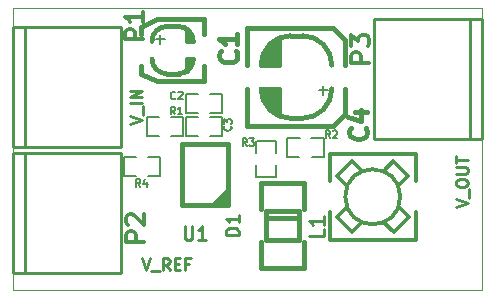
<source format=gbr>
G04 #@! TF.FileFunction,Legend,Top*
%FSLAX46Y46*%
G04 Gerber Fmt 4.6, Leading zero omitted, Abs format (unit mm)*
G04 Created by KiCad (PCBNEW (2015-04-17 BZR 5609)-product) date 2015-04-27 23:38:20*
%MOMM*%
G01*
G04 APERTURE LIST*
%ADD10C,0.100000*%
%ADD11C,0.381000*%
%ADD12C,0.127000*%
%ADD13C,0.304800*%
%ADD14C,0.254000*%
%ADD15C,0.285750*%
%ADD16C,0.287020*%
%ADD17C,0.250000*%
G04 APERTURE END LIST*
D10*
X134950000Y-117530000D02*
X134950000Y-93600000D01*
X174630000Y-117530000D02*
X174630000Y-93600000D01*
X174630000Y-117530000D02*
X134950000Y-117530000D01*
X174630000Y-93600000D02*
X134950000Y-93600000D01*
D11*
X149940000Y-97990000D02*
X149940000Y-98490000D01*
X149940000Y-96390000D02*
X149940000Y-95990000D01*
X150190000Y-96440000D02*
X149690000Y-96440000D01*
X149690000Y-96440000D02*
X149690000Y-95440000D01*
X149690000Y-97940000D02*
X149690000Y-98940000D01*
X150190000Y-97940000D02*
X149690000Y-97940000D01*
X148940000Y-95190000D02*
X147940000Y-95190000D01*
X147940000Y-95190000D02*
G75*
G03X146690000Y-96440000I0J-1250000D01*
G01*
X150190000Y-96440000D02*
G75*
G03X148940000Y-95190000I-1250000J0D01*
G01*
X148940000Y-99190000D02*
X147940000Y-99190000D01*
X146690000Y-97940000D02*
G75*
G03X147940000Y-99190000I1250000J0D01*
G01*
X148940000Y-99190000D02*
G75*
G03X150190000Y-97940000I0J1250000D01*
G01*
X145790000Y-95865000D02*
X145790000Y-95202500D01*
X145790000Y-95202500D02*
X147115000Y-94540000D01*
X145790000Y-99177500D02*
X145790000Y-98515000D01*
X147115000Y-99840000D02*
X145790000Y-99177500D01*
X151090000Y-99840000D02*
X151090000Y-98515000D01*
X151090000Y-95865000D02*
X151090000Y-94540000D01*
X151090000Y-94540000D02*
X147115000Y-94540000D01*
X151090000Y-99840000D02*
X147115000Y-99840000D01*
D12*
X147018000Y-96265000D02*
X147780000Y-96265000D01*
X147399000Y-96646000D02*
X147399000Y-95884000D01*
X151605620Y-102542800D02*
X152621620Y-102542800D01*
X152621620Y-100914660D02*
X151598000Y-100914660D01*
X152626700Y-100919740D02*
X152626700Y-102530100D01*
X149560920Y-100919740D02*
X149560920Y-102530100D01*
X149566000Y-100914660D02*
X150589620Y-100914660D01*
X150582000Y-102542800D02*
X149566000Y-102542800D01*
X151605620Y-104502800D02*
X152621620Y-104502800D01*
X152621620Y-102874660D02*
X151598000Y-102874660D01*
X152626700Y-102879740D02*
X152626700Y-104490100D01*
X149560920Y-102879740D02*
X149560920Y-104490100D01*
X149566000Y-102874660D02*
X150589620Y-102874660D01*
X150582000Y-104502800D02*
X149566000Y-104502800D01*
D11*
X156170000Y-98470000D02*
X156170000Y-97720000D01*
X156420000Y-98470000D02*
X156420000Y-97220000D01*
X156670000Y-98470000D02*
X156670000Y-96970000D01*
X156920000Y-98470000D02*
X156920000Y-96720000D01*
X157170000Y-98470000D02*
X157170000Y-96470000D01*
X156170000Y-100470000D02*
X156170000Y-101220000D01*
X156420000Y-100470000D02*
X156420000Y-101720000D01*
X156670000Y-100470000D02*
X156670000Y-101970000D01*
X156920000Y-100470000D02*
X156920000Y-102220000D01*
X157170000Y-100470000D02*
X157170000Y-102470000D01*
X157420000Y-100470000D02*
X157420000Y-102720000D01*
X157420000Y-98470000D02*
X157420000Y-96220000D01*
X155920000Y-100470000D02*
X157420000Y-100470000D01*
X155920000Y-98470000D02*
X157420000Y-98470000D01*
X158420000Y-95970000D02*
X159420000Y-95970000D01*
X159420000Y-102970000D02*
X158420000Y-102970000D01*
X159420000Y-102970000D02*
G75*
G03X161920000Y-100470000I0J2500000D01*
G01*
X155920000Y-100470000D02*
G75*
G03X158420000Y-102970000I2500000J0D01*
G01*
X161920000Y-98470000D02*
G75*
G03X159420000Y-95970000I-2500000J0D01*
G01*
X158420000Y-95970000D02*
G75*
G03X155920000Y-98470000I0J-2500000D01*
G01*
X154770000Y-100507500D02*
X154770000Y-103620000D01*
X154770000Y-103620000D02*
X160995000Y-103620000D01*
X160995000Y-103620000D02*
X162032500Y-103620000D01*
X162032500Y-103620000D02*
X163070000Y-102582500D01*
X163070000Y-102582500D02*
X163070000Y-100507500D01*
X154770000Y-98432500D02*
X154770000Y-95320000D01*
X154770000Y-95320000D02*
X162032500Y-95320000D01*
X162032500Y-95320000D02*
X163070000Y-96357500D01*
X163070000Y-96357500D02*
X163070000Y-98432500D01*
D12*
X161554500Y-100595000D02*
X160792500Y-100595000D01*
X161173500Y-100214000D02*
X161173500Y-100976000D01*
D11*
X155949140Y-113429540D02*
X155949140Y-115629180D01*
X159550860Y-115629180D02*
X159550860Y-113429540D01*
X155949140Y-115629180D02*
X159550860Y-115629180D01*
X155949140Y-108430820D02*
X159550860Y-108430820D01*
X159550860Y-108430820D02*
X159550860Y-110630460D01*
X155949140Y-110630460D02*
X155949140Y-108430820D01*
X156350460Y-111430560D02*
X159149540Y-111430560D01*
X156350460Y-110831120D02*
X156350460Y-113228880D01*
X156350460Y-113228880D02*
X159149540Y-113228880D01*
X159149540Y-113228880D02*
X159149540Y-110831120D01*
X159149540Y-110831120D02*
X156350460Y-110831120D01*
D13*
X169029980Y-113259980D02*
X169029980Y-110935880D01*
X169029980Y-105960020D02*
X169029980Y-108309520D01*
X161730020Y-113259980D02*
X161730020Y-110935880D01*
X161730020Y-105960020D02*
X161730020Y-108309520D01*
X168420380Y-111349900D02*
X167150380Y-112619900D01*
X167150380Y-112619900D02*
X166329960Y-111799480D01*
X168410220Y-111349900D02*
X167569480Y-110509160D01*
X163640100Y-106589940D02*
X162370100Y-107859940D01*
X162370100Y-107859940D02*
X163190520Y-108680360D01*
X163640100Y-106589940D02*
X164460520Y-107410360D01*
X163619780Y-112619900D02*
X164419880Y-111819800D01*
X162349780Y-111349900D02*
X163619780Y-112619900D01*
X162349780Y-111349900D02*
X163190520Y-110509160D01*
X167528840Y-108680360D02*
X168379740Y-107829460D01*
X168379740Y-107829460D02*
X167130060Y-106579780D01*
X167130060Y-106579780D02*
X166299480Y-107410360D01*
X167706791Y-109610000D02*
G75*
G03X167706791Y-109610000I-2326791J0D01*
G01*
X161730020Y-113259980D02*
X169029980Y-113259980D01*
X169029980Y-105960020D02*
X161730020Y-105960020D01*
D12*
X148305620Y-104502800D02*
X149321620Y-104502800D01*
X149321620Y-102874660D02*
X148298000Y-102874660D01*
X149326700Y-102879740D02*
X149326700Y-104490100D01*
X146260920Y-102879740D02*
X146260920Y-104490100D01*
X146266000Y-102874660D02*
X147289620Y-102874660D01*
X147282000Y-104502800D02*
X146266000Y-104502800D01*
X160195620Y-106272800D02*
X161211620Y-106272800D01*
X161211620Y-104644660D02*
X160188000Y-104644660D01*
X161216700Y-104649740D02*
X161216700Y-106260100D01*
X158150920Y-104649740D02*
X158150920Y-106260100D01*
X158156000Y-104644660D02*
X159179620Y-104644660D01*
X159172000Y-106272800D02*
X158156000Y-106272800D01*
X157162800Y-105904380D02*
X157162800Y-104888380D01*
X155534660Y-104888380D02*
X155534660Y-105912000D01*
X155539740Y-104883300D02*
X157150100Y-104883300D01*
X155539740Y-107949080D02*
X157150100Y-107949080D01*
X155534660Y-107944000D02*
X155534660Y-106920380D01*
X157162800Y-106928000D02*
X157162800Y-107944000D01*
D11*
X151921040Y-110229360D02*
X153020860Y-109129540D01*
X152279820Y-110219360D02*
X153079920Y-109419260D01*
X152619540Y-110259360D02*
X153119920Y-109758980D01*
X149203880Y-105154600D02*
X149203880Y-110285400D01*
X149203880Y-110285400D02*
X153156120Y-110285400D01*
X153156120Y-110285400D02*
X153156120Y-105154600D01*
X153156120Y-105154600D02*
X149203880Y-105154600D01*
D14*
X143330000Y-105380000D02*
X144092000Y-105380000D01*
X144092000Y-105380000D02*
X144092000Y-95220000D01*
X144092000Y-95220000D02*
X143330000Y-95220000D01*
X134948000Y-105380000D02*
X134948000Y-95220000D01*
X134948000Y-95220000D02*
X135964000Y-95220000D01*
X135964000Y-95220000D02*
X135964000Y-105380000D01*
X135964000Y-105380000D02*
X134948000Y-105380000D01*
X135710000Y-105380000D02*
X143330000Y-105380000D01*
X143330000Y-95220000D02*
X135710000Y-95220000D01*
X143330000Y-116100000D02*
X144092000Y-116100000D01*
X144092000Y-116100000D02*
X144092000Y-105940000D01*
X144092000Y-105940000D02*
X143330000Y-105940000D01*
X134948000Y-116100000D02*
X134948000Y-105940000D01*
X134948000Y-105940000D02*
X135964000Y-105940000D01*
X135964000Y-105940000D02*
X135964000Y-116100000D01*
X135964000Y-116100000D02*
X134948000Y-116100000D01*
X135710000Y-116100000D02*
X143330000Y-116100000D01*
X143330000Y-105940000D02*
X135710000Y-105940000D01*
X166250000Y-94530000D02*
X165488000Y-94530000D01*
X165488000Y-94530000D02*
X165488000Y-104690000D01*
X165488000Y-104690000D02*
X166250000Y-104690000D01*
X174632000Y-94530000D02*
X174632000Y-104690000D01*
X174632000Y-104690000D02*
X173616000Y-104690000D01*
X173616000Y-104690000D02*
X173616000Y-94530000D01*
X173616000Y-94530000D02*
X174632000Y-94530000D01*
X173870000Y-94530000D02*
X166250000Y-94530000D01*
X166250000Y-104690000D02*
X173870000Y-104690000D01*
D12*
X145364380Y-106217200D02*
X144348380Y-106217200D01*
X144348380Y-107845340D02*
X145372000Y-107845340D01*
X144343300Y-107840260D02*
X144343300Y-106229900D01*
X147409080Y-107840260D02*
X147409080Y-106229900D01*
X147404000Y-107845340D02*
X146380380Y-107845340D01*
X146388000Y-106217200D02*
X147404000Y-106217200D01*
D11*
X153784286Y-97294000D02*
X153856857Y-97366571D01*
X153929429Y-97584285D01*
X153929429Y-97729428D01*
X153856857Y-97947143D01*
X153711714Y-98092285D01*
X153566571Y-98164857D01*
X153276286Y-98237428D01*
X153058571Y-98237428D01*
X152768286Y-98164857D01*
X152623143Y-98092285D01*
X152478000Y-97947143D01*
X152405429Y-97729428D01*
X152405429Y-97584285D01*
X152478000Y-97366571D01*
X152550571Y-97294000D01*
X153929429Y-95842571D02*
X153929429Y-96713428D01*
X153929429Y-96278000D02*
X152405429Y-96278000D01*
X152623143Y-96423143D01*
X152768286Y-96568285D01*
X152840857Y-96713428D01*
D12*
X148674167Y-101286786D02*
X148643929Y-101317024D01*
X148553214Y-101347262D01*
X148492738Y-101347262D01*
X148402024Y-101317024D01*
X148341548Y-101256548D01*
X148311309Y-101196071D01*
X148281071Y-101075119D01*
X148281071Y-100984405D01*
X148311309Y-100863452D01*
X148341548Y-100802976D01*
X148402024Y-100742500D01*
X148492738Y-100712262D01*
X148553214Y-100712262D01*
X148643929Y-100742500D01*
X148674167Y-100772738D01*
X148916071Y-100772738D02*
X148946309Y-100742500D01*
X149006786Y-100712262D01*
X149157976Y-100712262D01*
X149218452Y-100742500D01*
X149248690Y-100772738D01*
X149278929Y-100833214D01*
X149278929Y-100893690D01*
X149248690Y-100984405D01*
X148885833Y-101347262D01*
X149278929Y-101347262D01*
X153366786Y-103635833D02*
X153397024Y-103666071D01*
X153427262Y-103756786D01*
X153427262Y-103817262D01*
X153397024Y-103907976D01*
X153336548Y-103968452D01*
X153276071Y-103998691D01*
X153155119Y-104028929D01*
X153064405Y-104028929D01*
X152943452Y-103998691D01*
X152882976Y-103968452D01*
X152822500Y-103907976D01*
X152792262Y-103817262D01*
X152792262Y-103756786D01*
X152822500Y-103666071D01*
X152852738Y-103635833D01*
X152792262Y-103424167D02*
X152792262Y-103031071D01*
X153034167Y-103242738D01*
X153034167Y-103152024D01*
X153064405Y-103091548D01*
X153094643Y-103061310D01*
X153155119Y-103031071D01*
X153306310Y-103031071D01*
X153366786Y-103061310D01*
X153397024Y-103091548D01*
X153427262Y-103152024D01*
X153427262Y-103333452D01*
X153397024Y-103393929D01*
X153366786Y-103424167D01*
D11*
X164774286Y-103774000D02*
X164846857Y-103846571D01*
X164919429Y-104064285D01*
X164919429Y-104209428D01*
X164846857Y-104427143D01*
X164701714Y-104572285D01*
X164556571Y-104644857D01*
X164266286Y-104717428D01*
X164048571Y-104717428D01*
X163758286Y-104644857D01*
X163613143Y-104572285D01*
X163468000Y-104427143D01*
X163395429Y-104209428D01*
X163395429Y-104064285D01*
X163468000Y-103846571D01*
X163540571Y-103774000D01*
X163903429Y-102467714D02*
X164919429Y-102467714D01*
X163322857Y-102830571D02*
X164411429Y-103193428D01*
X164411429Y-102250000D01*
D15*
X154065911Y-112873642D02*
X152922911Y-112873642D01*
X152922911Y-112601499D01*
X152977340Y-112438214D01*
X153086197Y-112329356D01*
X153195054Y-112274928D01*
X153412769Y-112220499D01*
X153576054Y-112220499D01*
X153793769Y-112274928D01*
X153902626Y-112329356D01*
X154011483Y-112438214D01*
X154065911Y-112601499D01*
X154065911Y-112873642D01*
X154065911Y-111131928D02*
X154065911Y-111785071D01*
X154065911Y-111458499D02*
X152922911Y-111458499D01*
X153086197Y-111567356D01*
X153195054Y-111676214D01*
X153249483Y-111785071D01*
D16*
D14*
X161234524Y-112361666D02*
X161234524Y-112966428D01*
X159964524Y-112966428D01*
X161234524Y-111273095D02*
X161234524Y-111998809D01*
X161234524Y-111635952D02*
X159964524Y-111635952D01*
X160145952Y-111756904D01*
X160266905Y-111877857D01*
X160327381Y-111998809D01*
D12*
X148634167Y-102617262D02*
X148422500Y-102314881D01*
X148271309Y-102617262D02*
X148271309Y-101982262D01*
X148513214Y-101982262D01*
X148573690Y-102012500D01*
X148603929Y-102042738D01*
X148634167Y-102103214D01*
X148634167Y-102193929D01*
X148603929Y-102254405D01*
X148573690Y-102284643D01*
X148513214Y-102314881D01*
X148271309Y-102314881D01*
X149238929Y-102617262D02*
X148876071Y-102617262D01*
X149057500Y-102617262D02*
X149057500Y-101982262D01*
X148997024Y-102072976D01*
X148936548Y-102133452D01*
X148876071Y-102163690D01*
X161764167Y-104617262D02*
X161552500Y-104314881D01*
X161401309Y-104617262D02*
X161401309Y-103982262D01*
X161643214Y-103982262D01*
X161703690Y-104012500D01*
X161733929Y-104042738D01*
X161764167Y-104103214D01*
X161764167Y-104193929D01*
X161733929Y-104254405D01*
X161703690Y-104284643D01*
X161643214Y-104314881D01*
X161401309Y-104314881D01*
X162006071Y-104042738D02*
X162036309Y-104012500D01*
X162096786Y-103982262D01*
X162247976Y-103982262D01*
X162308452Y-104012500D01*
X162338690Y-104042738D01*
X162368929Y-104103214D01*
X162368929Y-104163690D01*
X162338690Y-104254405D01*
X161975833Y-104617262D01*
X162368929Y-104617262D01*
X154724167Y-105297262D02*
X154512500Y-104994881D01*
X154361309Y-105297262D02*
X154361309Y-104662262D01*
X154603214Y-104662262D01*
X154663690Y-104692500D01*
X154693929Y-104722738D01*
X154724167Y-104783214D01*
X154724167Y-104873929D01*
X154693929Y-104934405D01*
X154663690Y-104964643D01*
X154603214Y-104994881D01*
X154361309Y-104994881D01*
X154935833Y-104662262D02*
X155328929Y-104662262D01*
X155117262Y-104904167D01*
X155207976Y-104904167D01*
X155268452Y-104934405D01*
X155298690Y-104964643D01*
X155328929Y-105025119D01*
X155328929Y-105176310D01*
X155298690Y-105236786D01*
X155268452Y-105267024D01*
X155207976Y-105297262D01*
X155026548Y-105297262D01*
X154966071Y-105267024D01*
X154935833Y-105236786D01*
D15*
X149459143Y-112114071D02*
X149459143Y-113039357D01*
X149513571Y-113148214D01*
X149568000Y-113202643D01*
X149676857Y-113257071D01*
X149894571Y-113257071D01*
X150003429Y-113202643D01*
X150057857Y-113148214D01*
X150112286Y-113039357D01*
X150112286Y-112114071D01*
X151255286Y-113257071D02*
X150602143Y-113257071D01*
X150928715Y-113257071D02*
X150928715Y-112114071D01*
X150819858Y-112277357D01*
X150711000Y-112386214D01*
X150602143Y-112440643D01*
D13*
X145939429Y-96264857D02*
X144415429Y-96264857D01*
X144415429Y-95684285D01*
X144488000Y-95539143D01*
X144560571Y-95466571D01*
X144705714Y-95394000D01*
X144923429Y-95394000D01*
X145068571Y-95466571D01*
X145141143Y-95539143D01*
X145213714Y-95684285D01*
X145213714Y-96264857D01*
X145939429Y-93942571D02*
X145939429Y-94813428D01*
X145939429Y-94378000D02*
X144415429Y-94378000D01*
X144633143Y-94523143D01*
X144778286Y-94668285D01*
X144850857Y-94813428D01*
D17*
X144802381Y-103426190D02*
X145802381Y-103092857D01*
X144802381Y-102759523D01*
X145897619Y-102664285D02*
X145897619Y-101902380D01*
X145802381Y-101664285D02*
X144802381Y-101664285D01*
X145802381Y-101188095D02*
X144802381Y-101188095D01*
X145802381Y-100616666D01*
X144802381Y-100616666D01*
D13*
X146029429Y-113414857D02*
X144505429Y-113414857D01*
X144505429Y-112834285D01*
X144578000Y-112689143D01*
X144650571Y-112616571D01*
X144795714Y-112544000D01*
X145013429Y-112544000D01*
X145158571Y-112616571D01*
X145231143Y-112689143D01*
X145303714Y-112834285D01*
X145303714Y-113414857D01*
X144650571Y-111963428D02*
X144578000Y-111890857D01*
X144505429Y-111745714D01*
X144505429Y-111382857D01*
X144578000Y-111237714D01*
X144650571Y-111165143D01*
X144795714Y-111092571D01*
X144940857Y-111092571D01*
X145158571Y-111165143D01*
X146029429Y-112036000D01*
X146029429Y-111092571D01*
D17*
X145844762Y-114822381D02*
X146178095Y-115822381D01*
X146511429Y-114822381D01*
X146606667Y-115917619D02*
X147368572Y-115917619D01*
X148178096Y-115822381D02*
X147844762Y-115346190D01*
X147606667Y-115822381D02*
X147606667Y-114822381D01*
X147987620Y-114822381D01*
X148082858Y-114870000D01*
X148130477Y-114917619D01*
X148178096Y-115012857D01*
X148178096Y-115155714D01*
X148130477Y-115250952D01*
X148082858Y-115298571D01*
X147987620Y-115346190D01*
X147606667Y-115346190D01*
X148606667Y-115298571D02*
X148940001Y-115298571D01*
X149082858Y-115822381D02*
X148606667Y-115822381D01*
X148606667Y-114822381D01*
X149082858Y-114822381D01*
X149844763Y-115298571D02*
X149511429Y-115298571D01*
X149511429Y-115822381D02*
X149511429Y-114822381D01*
X149987620Y-114822381D01*
D13*
X165089429Y-98264857D02*
X163565429Y-98264857D01*
X163565429Y-97684285D01*
X163638000Y-97539143D01*
X163710571Y-97466571D01*
X163855714Y-97394000D01*
X164073429Y-97394000D01*
X164218571Y-97466571D01*
X164291143Y-97539143D01*
X164363714Y-97684285D01*
X164363714Y-98264857D01*
X163565429Y-96886000D02*
X163565429Y-95942571D01*
X164146000Y-96450571D01*
X164146000Y-96232857D01*
X164218571Y-96087714D01*
X164291143Y-96015143D01*
X164436286Y-95942571D01*
X164799143Y-95942571D01*
X164944286Y-96015143D01*
X165016857Y-96087714D01*
X165089429Y-96232857D01*
X165089429Y-96668285D01*
X165016857Y-96813428D01*
X164944286Y-96886000D01*
D17*
X172422381Y-110482857D02*
X173422381Y-110149524D01*
X172422381Y-109816190D01*
X173517619Y-109720952D02*
X173517619Y-108959047D01*
X172422381Y-108530476D02*
X172422381Y-108339999D01*
X172470000Y-108244761D01*
X172565238Y-108149523D01*
X172755714Y-108101904D01*
X173089048Y-108101904D01*
X173279524Y-108149523D01*
X173374762Y-108244761D01*
X173422381Y-108339999D01*
X173422381Y-108530476D01*
X173374762Y-108625714D01*
X173279524Y-108720952D01*
X173089048Y-108768571D01*
X172755714Y-108768571D01*
X172565238Y-108720952D01*
X172470000Y-108625714D01*
X172422381Y-108530476D01*
X172422381Y-107673333D02*
X173231905Y-107673333D01*
X173327143Y-107625714D01*
X173374762Y-107578095D01*
X173422381Y-107482857D01*
X173422381Y-107292380D01*
X173374762Y-107197142D01*
X173327143Y-107149523D01*
X173231905Y-107101904D01*
X172422381Y-107101904D01*
X172422381Y-106768571D02*
X172422381Y-106197142D01*
X173422381Y-106482857D02*
X172422381Y-106482857D01*
D12*
X145694167Y-108757262D02*
X145482500Y-108454881D01*
X145331309Y-108757262D02*
X145331309Y-108122262D01*
X145573214Y-108122262D01*
X145633690Y-108152500D01*
X145663929Y-108182738D01*
X145694167Y-108243214D01*
X145694167Y-108333929D01*
X145663929Y-108394405D01*
X145633690Y-108424643D01*
X145573214Y-108454881D01*
X145331309Y-108454881D01*
X146238452Y-108333929D02*
X146238452Y-108757262D01*
X146087262Y-108092024D02*
X145936071Y-108545595D01*
X146329167Y-108545595D01*
M02*

</source>
